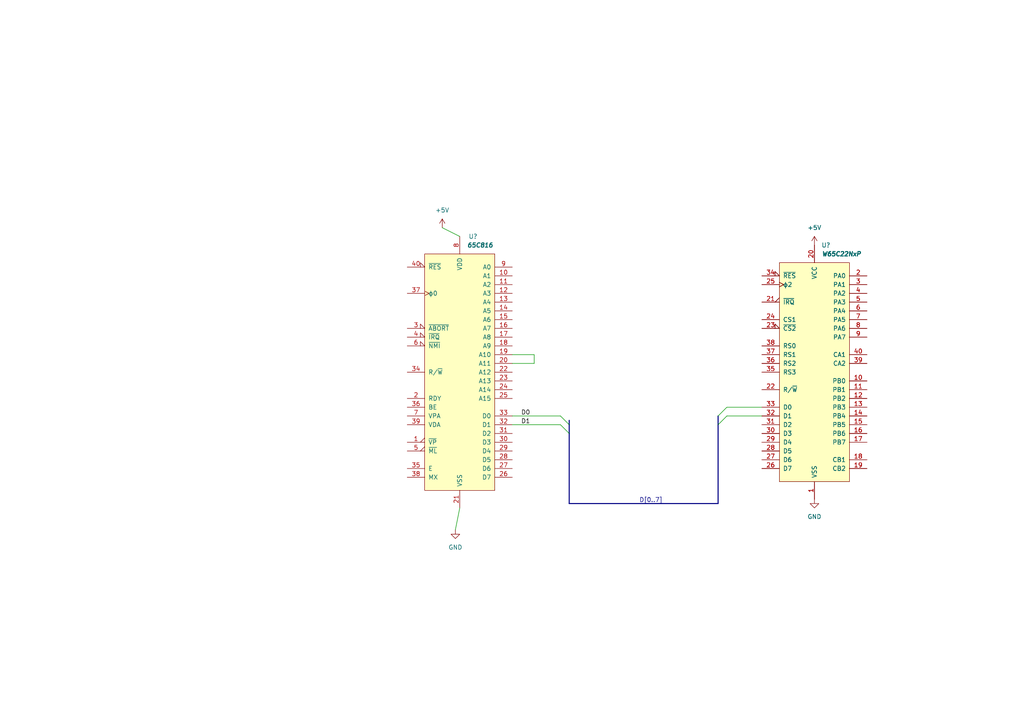
<source format=kicad_sch>
(kicad_sch (version 20211123) (generator eeschema)
  (paper "A4")
  (lib_symbols
    (symbol "65xx:W65C22NxP" (pin_names (offset 1.016))
      (property "Reference" "U" (at -10.16 33.02 0))
      (property "Value" "W65C22NxP" (at 0 0 90))
      (symbol "W65C22NxP_0_1"
        (rectangle (start -10.16 31.75) (end 10.16 -31.75) (fill (type background)))
      )
      (symbol "W65C22NxP_1_1"
        (pin power_in line (at 0 -36.83 90) (length 5.08) (name "VSS") (number "1"))
        (pin bidirectional line (at 15.24 -2.54 180) (length 5.08) (name "PB0") (number "10"))
        (pin bidirectional line (at 15.24 -5.08 180) (length 5.08) (name "PB1") (number "11"))
        (pin bidirectional line (at 15.24 -7.62 180) (length 5.08) (name "PB2") (number "12"))
        (pin bidirectional line (at 15.24 -10.16 180) (length 5.08) (name "PB3") (number "13"))
        (pin bidirectional line (at 15.24 -12.7 180) (length 5.08) (name "PB4") (number "14"))
        (pin bidirectional line (at 15.24 -15.24 180) (length 5.08) (name "PB5") (number "15"))
        (pin bidirectional line (at 15.24 -17.78 180) (length 5.08) (name "PB6") (number "16"))
        (pin bidirectional line (at 15.24 -20.32 180) (length 5.08) (name "PB7") (number "17"))
        (pin input line (at 15.24 -25.4 180) (length 5.08) (name "CB1") (number "18"))
        (pin bidirectional line (at 15.24 -27.94 180) (length 5.08) (name "CB2") (number "19"))
        (pin bidirectional line (at 15.24 27.94 180) (length 5.08) (name "PA0") (number "2"))
        (pin power_in line (at 0 36.83 270) (length 5.08) (name "VCC") (number "20"))
        (pin open_collector output_low (at -15.24 20.32 0) (length 5.08) (name "~{IRQ}") (number "21"))
        (pin input line (at -15.24 -5.08 0) (length 5.08) (name "R/~{W}") (number "22"))
        (pin input input_low (at -15.24 12.7 0) (length 5.08) (name "~{CS2}") (number "23"))
        (pin input line (at -15.24 15.24 0) (length 5.08) (name "CS1") (number "24"))
        (pin input clock (at -15.24 25.4 0) (length 5.08) (name "ϕ2") (number "25"))
        (pin bidirectional line (at -15.24 -27.94 0) (length 5.08) (name "D7") (number "26"))
        (pin bidirectional line (at -15.24 -25.4 0) (length 5.08) (name "D6") (number "27"))
        (pin bidirectional line (at -15.24 -22.86 0) (length 5.08) (name "D5") (number "28"))
        (pin bidirectional line (at -15.24 -20.32 0) (length 5.08) (name "D4") (number "29"))
        (pin bidirectional line (at 15.24 25.4 180) (length 5.08) (name "PA1") (number "3"))
        (pin bidirectional line (at -15.24 -17.78 0) (length 5.08) (name "D3") (number "30"))
        (pin bidirectional line (at -15.24 -15.24 0) (length 5.08) (name "D2") (number "31"))
        (pin bidirectional line (at -15.24 -12.7 0) (length 5.08) (name "D1") (number "32"))
        (pin bidirectional line (at -15.24 -10.16 0) (length 5.08) (name "D0") (number "33"))
        (pin input input_low (at -15.24 27.94 0) (length 5.08) (name "~{RES}") (number "34"))
        (pin input line (at -15.24 0 0) (length 5.08) (name "RS3") (number "35"))
        (pin input line (at -15.24 2.54 0) (length 5.08) (name "RS2") (number "36"))
        (pin input line (at -15.24 5.08 0) (length 5.08) (name "RS1") (number "37"))
        (pin input line (at -15.24 7.62 0) (length 5.08) (name "RS0") (number "38"))
        (pin bidirectional line (at 15.24 2.54 180) (length 5.08) (name "CA2") (number "39"))
        (pin bidirectional line (at 15.24 22.86 180) (length 5.08) (name "PA2") (number "4"))
        (pin input line (at 15.24 5.08 180) (length 5.08) (name "CA1") (number "40"))
        (pin bidirectional line (at 15.24 20.32 180) (length 5.08) (name "PA3") (number "5"))
        (pin bidirectional line (at 15.24 17.78 180) (length 5.08) (name "PA4") (number "6"))
        (pin bidirectional line (at 15.24 15.24 180) (length 5.08) (name "PA5") (number "7"))
        (pin bidirectional line (at 15.24 12.7 180) (length 5.08) (name "PA6") (number "8"))
        (pin bidirectional line (at 15.24 10.16 180) (length 5.08) (name "PA7") (number "9"))
      )
    )
    (symbol "65xx:W65C816SxP" (pin_names (offset 1.016))
      (property "Reference" "U" (at -10.16 35.56 0))
      (property "Value" "W65C816SxP" (at 0 0 90))
      (symbol "W65C816SxP_0_1"
        (rectangle (start -10.16 34.29) (end 10.16 -34.29) (fill (type background)))
      )
      (symbol "W65C816SxP_1_1"
        (pin output output_low (at -15.24 -20.32 0) (length 5.08) (name "~{VP}") (number "1"))
        (pin tri_state line (at 15.24 27.94 180) (length 5.08) (name "A1") (number "10"))
        (pin tri_state line (at 15.24 25.4 180) (length 5.08) (name "A2") (number "11"))
        (pin tri_state line (at 15.24 22.86 180) (length 5.08) (name "A3") (number "12"))
        (pin tri_state line (at 15.24 20.32 180) (length 5.08) (name "A4") (number "13"))
        (pin tri_state line (at 15.24 17.78 180) (length 5.08) (name "A5") (number "14"))
        (pin tri_state line (at 15.24 15.24 180) (length 5.08) (name "A6") (number "15"))
        (pin tri_state line (at 15.24 12.7 180) (length 5.08) (name "A7") (number "16"))
        (pin tri_state line (at 15.24 10.16 180) (length 5.08) (name "A8") (number "17"))
        (pin tri_state line (at 15.24 7.62 180) (length 5.08) (name "A9") (number "18"))
        (pin tri_state line (at 15.24 5.08 180) (length 5.08) (name "A10") (number "19"))
        (pin open_collector line (at -15.24 -7.62 0) (length 5.08) (name "RDY") (number "2"))
        (pin tri_state line (at 15.24 2.54 180) (length 5.08) (name "A11") (number "20"))
        (pin power_in line (at 0 -39.37 90) (length 5.08) (name "VSS") (number "21"))
        (pin tri_state line (at 15.24 0 180) (length 5.08) (name "A12") (number "22"))
        (pin tri_state line (at 15.24 -2.54 180) (length 5.08) (name "A13") (number "23"))
        (pin tri_state line (at 15.24 -5.08 180) (length 5.08) (name "A14") (number "24"))
        (pin tri_state line (at 15.24 -7.62 180) (length 5.08) (name "A15") (number "25"))
        (pin bidirectional line (at 15.24 -30.48 180) (length 5.08) (name "D7") (number "26"))
        (pin bidirectional line (at 15.24 -27.94 180) (length 5.08) (name "D6") (number "27"))
        (pin bidirectional line (at 15.24 -25.4 180) (length 5.08) (name "D5") (number "28"))
        (pin bidirectional line (at 15.24 -22.86 180) (length 5.08) (name "D4") (number "29"))
        (pin input input_low (at -15.24 12.7 0) (length 5.08) (name "~{ABORT}") (number "3"))
        (pin bidirectional line (at 15.24 -20.32 180) (length 5.08) (name "D3") (number "30"))
        (pin bidirectional line (at 15.24 -17.78 180) (length 5.08) (name "D2") (number "31"))
        (pin bidirectional line (at 15.24 -15.24 180) (length 5.08) (name "D1") (number "32"))
        (pin bidirectional line (at 15.24 -12.7 180) (length 5.08) (name "D0") (number "33"))
        (pin tri_state line (at -15.24 0 0) (length 5.08) (name "R/~{W}") (number "34"))
        (pin output line (at -15.24 -27.94 0) (length 5.08) (name "E") (number "35"))
        (pin input line (at -15.24 -10.16 0) (length 5.08) (name "BE") (number "36"))
        (pin input clock (at -15.24 22.86 0) (length 5.08) (name "ϕ0") (number "37"))
        (pin output line (at -15.24 -30.48 0) (length 5.08) (name "MX") (number "38"))
        (pin output line (at -15.24 -15.24 0) (length 5.08) (name "VDA") (number "39"))
        (pin input input_low (at -15.24 10.16 0) (length 5.08) (name "~{IRQ}") (number "4"))
        (pin input input_low (at -15.24 30.48 0) (length 5.08) (name "~{RES}") (number "40"))
        (pin output output_low (at -15.24 -22.86 0) (length 5.08) (name "~{ML}") (number "5"))
        (pin input input_low (at -15.24 7.62 0) (length 5.08) (name "~{NMI}") (number "6"))
        (pin output line (at -15.24 -12.7 0) (length 5.08) (name "VPA") (number "7"))
        (pin power_in line (at 0 39.37 270) (length 5.08) (name "VDD") (number "8"))
        (pin tri_state line (at 15.24 30.48 180) (length 5.08) (name "A0") (number "9"))
      )
    )
    (symbol "power:+5V" (power) (pin_names (offset 0))
      (property "Value" "+5V" (at 0 3.556 0))
      (symbol "+5V_0_1"
        (polyline (pts (xy -0.762 1.27) (xy 0 2.54)))
        (polyline (pts (xy 0 0) (xy 0 2.54)))
        (polyline (pts (xy 0 2.54) (xy 0.762 1.27)))
      )
      (symbol "+5V_1_1"
        (pin power_in line (at 0 0 90) (length 0) hide (name "+5V") (number "1"))
      )
    )
    (symbol "power:GND" (power) (pin_names (offset 0))
      (property "Value" "GND" (at 0 -3.81 0))
      (symbol "GND_0_1"
        (polyline (pts (xy 0 0) (xy 0 -1.27) (xy 1.27 -1.27) (xy 0 -2.54) (xy -1.27 -1.27) (xy 0 -1.27)))
      )
      (symbol "GND_1_1"
        (pin power_in line (at 0 0 270) (length 0) hide (name "GND") (number "1"))
      )
    )
  )
  (bus_entry (at 162.56 120.65) (size 2.54 2.54))
  (bus_entry (at 162.56 123.19) (size 2.54 2.54))
  (bus_entry (at 208.28 123.19) (size 2.54 -2.54))
  (bus_entry (at 208.28 120.65) (size 2.54 -2.54))
  (wire (pts (xy 133.35 147.32) (xy 132.08 153.67)))
  (wire (pts (xy 148.59 120.65) (xy 162.56 120.65)))
  (bus (pts (xy 165.1 123.19) (xy 165.1 125.73)))
  (wire (pts (xy 154.94 105.41) (xy 148.59 105.41)))
  (bus (pts (xy 165.1 146.05) (xy 208.28 146.05)))
  (wire (pts (xy 148.59 123.19) (xy 162.56 123.19)))
  (bus (pts (xy 208.28 120.65) (xy 208.28 123.19)))
  (wire (pts (xy 148.59 102.87) (xy 154.94 102.87)))
  (wire (pts (xy 210.82 120.65) (xy 220.98 120.65)))
  (wire (pts (xy 154.94 102.87) (xy 154.94 105.41)))
  (wire (pts (xy 210.82 118.11) (xy 220.98 118.11)))
  (bus (pts (xy 208.28 123.19) (xy 208.28 146.05)))
  (bus (pts (xy 165.1 121.92) (xy 165.1 123.19)))
  (wire (pts (xy 128.27 66.04) (xy 133.35 68.58)))
  (bus (pts (xy 165.1 125.73) (xy 165.1 146.05)))
  (label "D1" (at 151.13 123.19 0))
  (label "D0" (at 151.13 120.65 0))
  (label "D[0..7]" (at 185.42 146.05 0))
  (symbol (lib_id "65xx:W65C22NxP") (at 236.22 107.95 0) (unit 1)
    (property "Reference" "U?" (at 238.2394 71.12 0) (effects (justify left)))
    (property "Value" "W65C22NxP" (at 238.2394 73.66 0) (effects (font bold italic) (justify left)))
    (property "Datasheet" "http://www.westerndesigncenter.com/wdc/documentation/w65c22.pdf" (effects hide))
  )
  (symbol (lib_id "power:GND") (at 236.22 144.78 0) (unit 1)
    (property "Reference" "#PWR0102" (effects hide))
    (property "Value" "GND" (at 236.22 149.86 0))
  )
  (symbol (lib_id "power:+5V") (at 236.22 71.12 0) (unit 1)
    (property "Reference" "#PWR0104" (effects hide))
    (property "Value" "+5V" (at 236.22 66.04 0))
  )
  (symbol (lib_id "power:+5V") (at 128.27 66.04 0) (unit 1)
    (property "Reference" "#PWR0103" (effects hide))
    (property "Value" "+5V" (at 128.27 60.96 0))
  )
  (symbol (lib_id "power:GND") (at 132.08 153.67 0) (unit 1)
    (property "Reference" "#PWR?" (effects hide))
    (property "Value" "GND" (at 132.08 158.75 0))
  )
  (symbol (lib_id "65xx:W65C816SxP") (at 133.35 107.95 0) (unit 1)
    (property "Reference" "U?" (at 135.89 68.58 0) (effects (justify left)))
    (property "Value" "65C816" (at 135.3694 71.12 0) (effects (font bold italic) (justify left)))
    (property "Datasheet" "http://www.westerndesigncenter.com/wdc/documentation/w65c816s.pdf" (effects hide))
  )
)
</source>
